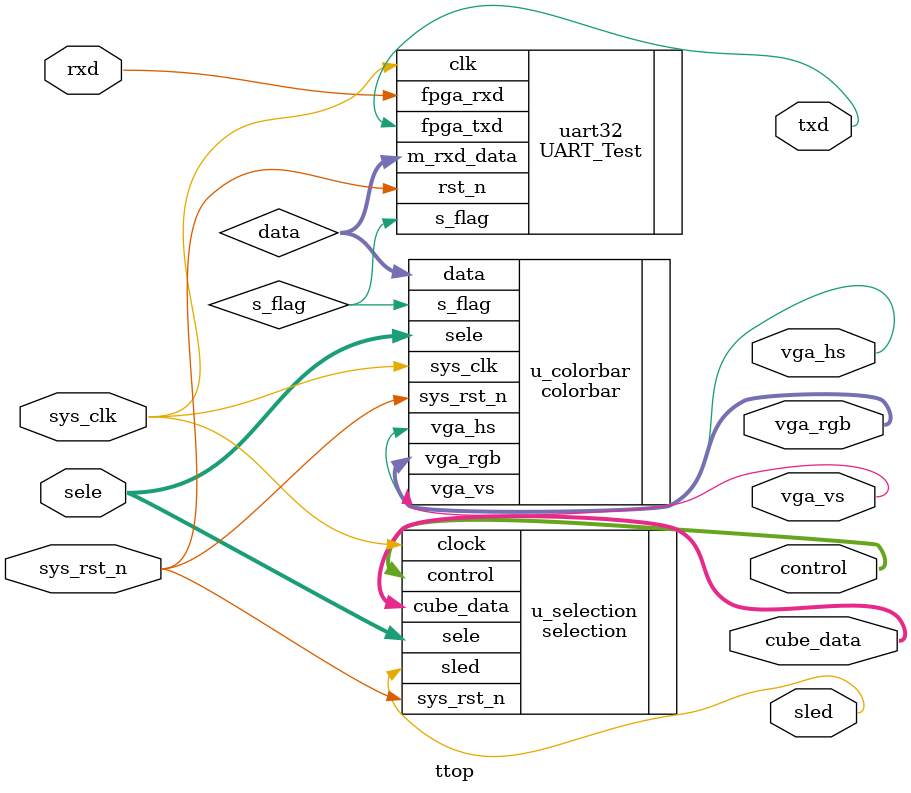
<source format=v>
`timescale 1ns / 1ps

module ttop(
    input           sys_clk,         
    input           sys_rst_n,        
        
    input[3:0]      sele,       //control resolution
    input           rxd,        //uart receive site
    output          txd,        //uart send site
    output[7:0]     control,    //cube site
    output[7:0]     cube_data,  //cube site
    output          sled,       //led of resolution
    
    output          vga_hs,
    output          vga_vs,
    output[11:0]    vga_rgb
    );
    wire[31:0]     data;        //the data from computer through uart
    wire           s_flag;      //posedge of receive data
    
    //resolution control 640*480 @60HZ   800*600 @75HZ
    selection u_selection
    (
        .clock      (sys_clk),
        .sys_rst_n  (sys_rst_n),
        .sele       (sele),
        .control    (control), 
        .cube_data  (cube_data),
        .sled       (sled)
    );
    //top of uart
    UART_Test uart32
    (
        .clk        (sys_clk),		         	
        .rst_n      (sys_rst_n),   
        .m_rxd_data (data),         
        
        .s_flag     (s_flag),
        .fpga_rxd   (rxd),        
        .fpga_txd   (txd)
    );
    //top of display
    colorbar u_colorbar
    (
        .s_flag     (s_flag),
        .data       (data),
        .sele       (sele),
        .sys_clk    (sys_clk),
        .sys_rst_n  (sys_rst_n),
        .vga_hs     (vga_hs),
        .vga_vs     (vga_vs),
        .vga_rgb    (vga_rgb)
    );
    
endmodule

</source>
